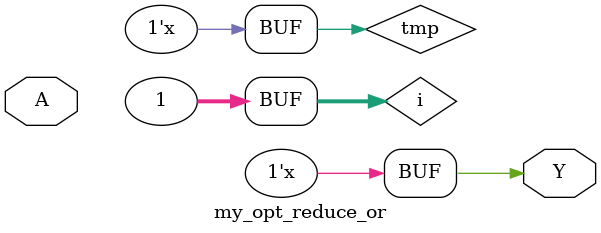
<source format=v>
(* techmap_celltype = "$reduce_or" *)
module my_opt_reduce_or(...);
    parameter A_SIGNED = 0;
    parameter A_WIDTH = 1;
    parameter Y_WIDTH = 1;

    input [A_WIDTH-1:0] A;
    output reg [Y_WIDTH-1:0] Y;

    parameter _TECHMAP_CONSTMSK_A_ = 0;
    parameter _TECHMAP_CONSTVAL_A_ = 0;

    wire _TECHMAP_FAIL_ = count_nonconst_bits() == A_WIDTH;
    wire [1024:0] _TECHMAP_DO_ = "proc;;";

    function integer count_nonconst_bits;
        integer i;
        begin
            count_nonconst_bits = 0;
            for (i = 0; i < A_WIDTH; i=i+1)
                if (!_TECHMAP_CONSTMSK_A_[i])
                    count_nonconst_bits = count_nonconst_bits+1;
        end
    endfunction

    function has_const_one;
        integer i;
        begin
            has_const_one = 0;
            for (i = 0; i < A_WIDTH; i=i+1)
                if (_TECHMAP_CONSTMSK_A_[i] && _TECHMAP_CONSTVAL_A_[i] === 1'b1)
                    has_const_one = 1;
        end
    endfunction

    integer i;
    reg [count_nonconst_bits()-1:0] tmp;

    always @* begin
        if (has_const_one()) begin
            Y = 1;
        end else begin
            for (i = 0; i < A_WIDTH; i=i+1)
                if (!_TECHMAP_CONSTMSK_A_[i])
                    tmp = {A[i], tmp[count_nonconst_bits()-1:1]};
            Y = |tmp;
        end
    end
endmodule

</source>
